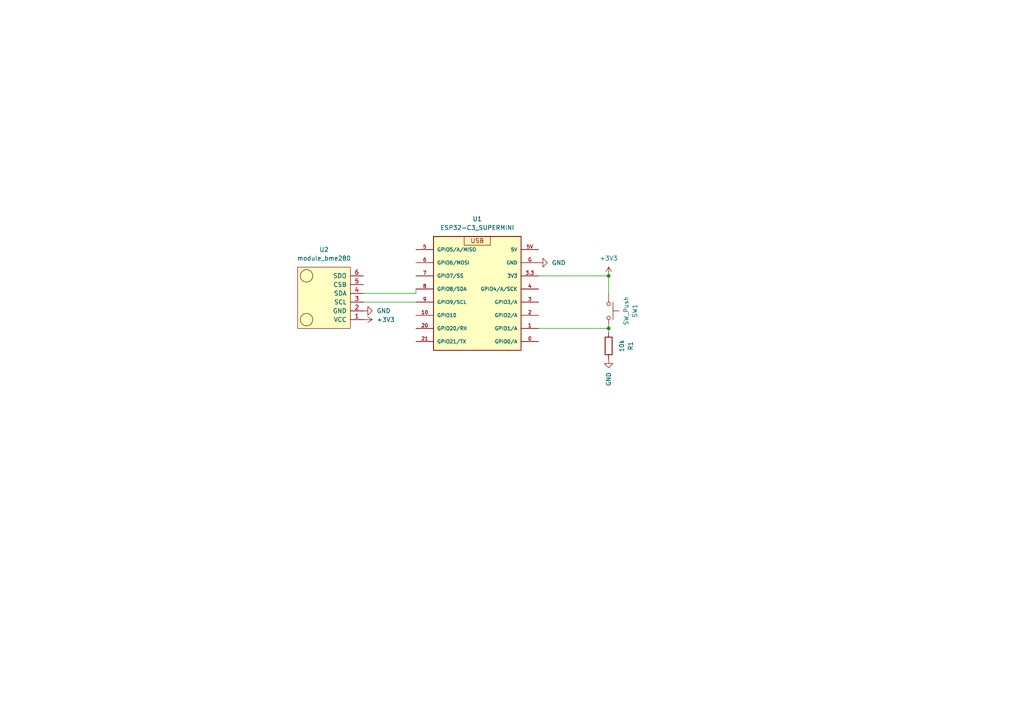
<source format=kicad_sch>
(kicad_sch (version 20231120) (generator "eeschema") (generator_version "8.0")
  (paper "A4")
  (lib_symbols
    (symbol "Device:R" (pin_numbers hide) (pin_names (offset 0))
      (property "Reference" "R" (at 2.032 0 90))
      (property "Value" "R" (at 0 0 90))
      (symbol "R_0_1"
        (rectangle (start -1.016 -2.54) (end 1.016 2.54) (stroke (width 0.254)))
      )
      (symbol "R_1_1"
        (pin passive line (at 0 3.81 270) (length 1.27) (name "~") (number "1"))
        (pin passive line (at 0 -3.81 90) (length 1.27) (name "~") (number "2"))
      )
    )
    (symbol "ESP32-C3_SUPERMINI:ESP32-C3_SUPERMINI" (pin_names (offset 1.016))
      (property "Reference" "U" (at -12.7 16.002 0))
      (property "Value" "ESP32-C3_SUPERMINI" (at -10.668 -20.574 0))
      (symbol "ESP32-C3_SUPERMINI_0_0"
        (rectangle (start -12.7 -17.78) (end 12.7 15.24) (stroke (width 0.254)) (fill (type background)))
        (pin bidirectional line (at -17.78 -7.62 0) (length 5.08) (name "GPIO10") (number "10"))
        (pin power_in line (at 17.78 3.81 180) (length 5.08) (name "3V3") (number "3.3"))
        (pin power_in line (at 17.78 11.43 180) (length 5.08) (name "5V") (number "5V"))
        (pin power_in line (at 17.78 7.62 180) (length 5.08) (name "GND") (number "G"))
      )
      (symbol "ESP32-C3_SUPERMINI_0_1"
        (rectangle (start -3.81 15.24) (end 3.81 12.7))
      )
      (symbol "ESP32-C3_SUPERMINI_1_0"
        (pin bidirectional line (at 17.78 -15.24 180) (length 5.08) (name "GPIO0/A") (number "0"))
        (pin bidirectional line (at 17.78 -11.43 180) (length 5.08) (name "GPIO1/A") (number "1"))
        (pin bidirectional line (at 17.78 -7.62 180) (length 5.08) (name "GPIO2/A") (number "2"))
        (pin bidirectional line (at -17.78 -11.43 0) (length 5.08) (name "GPIO20/RX") (number "20"))
        (pin bidirectional line (at -17.78 -15.24 0) (length 5.08) (name "GPIO21/TX") (number "21"))
        (pin bidirectional line (at 17.78 -3.81 180) (length 5.08) (name "GPIO3/A") (number "3"))
        (pin bidirectional line (at 17.78 0 180) (length 5.08) (name "GPIO4/A/SCK") (number "4"))
        (pin bidirectional line (at -17.78 11.43 0) (length 5.08) (name "GPIO5/A/MISO") (number "5"))
        (pin bidirectional line (at -17.78 7.62 0) (length 5.08) (name "GPIO6/MOSI") (number "6"))
        (pin bidirectional line (at -17.78 3.81 0) (length 5.08) (name "GPIO7/SS") (number "7"))
        (pin bidirectional line (at -17.78 0 0) (length 5.08) (name "GPIO8/SDA") (number "8"))
        (pin bidirectional line (at -17.78 -3.81 0) (length 5.08) (name "GPIO9/SCL") (number "9"))
      )
      (symbol "ESP32-C3_SUPERMINI_1_1"
        (text "USB" (at 0 13.97 0) (effects (font (size 1.27 1.27))))
      )
    )
    (symbol "Switch:SW_Push" (pin_numbers hide) (pin_names (offset 1.016) hide)
      (property "Reference" "SW" (at 1.27 2.54 0))
      (property "Value" "SW_Push" (at 0 -1.524 0))
      (symbol "SW_Push_0_1"
        (circle (center -2.032 0) (radius 0.508))
        (polyline (pts (xy 0 1.27) (xy 0 3.048)))
        (polyline (pts (xy 2.54 1.27) (xy -2.54 1.27)))
        (circle (center 2.032 0) (radius 0.508))
        (pin passive line (at -5.08 0 0) (length 2.54) (name "1") (number "1"))
        (pin passive line (at 5.08 0 180) (length 2.54) (name "2") (number "2"))
      )
    )
    (symbol "power:+3V3" (power) (pin_numbers hide) (pin_names (offset 0) hide)
      (property "Value" "+3V3" (at 0 3.556 0))
      (symbol "+3V3_0_1"
        (polyline (pts (xy -0.762 1.27) (xy 0 2.54)))
        (polyline (pts (xy 0 0) (xy 0 2.54)))
        (polyline (pts (xy 0 2.54) (xy 0.762 1.27)))
      )
      (symbol "+3V3_1_1"
        (pin power_in line (at 0 0 90) (length 0) (name "~") (number "1"))
      )
    )
    (symbol "power:GND" (power) (pin_numbers hide) (pin_names (offset 0) hide)
      (property "Value" "GND" (at 0 -3.81 0))
      (symbol "GND_0_1"
        (polyline (pts (xy 0 0) (xy 0 -1.27) (xy 1.27 -1.27) (xy 0 -2.54) (xy -1.27 -1.27) (xy 0 -1.27)))
      )
      (symbol "GND_1_1"
        (pin power_in line (at 0 0 270) (length 0) (name "~") (number "1"))
      )
    )
    (symbol "usini_sensors:module_bme280" (pin_names (offset 1.016))
      (property "Reference" "U" (at 3.81 11.43 0))
      (property "Value" "module_bme280" (at 11.43 -8.89 0))
      (symbol "module_bme280_0_1"
        (rectangle (start 3.81 -7.62) (end 19.05 10.16) (fill (type background)))
        (circle (center 16.51 -5.08) (radius 1.8034))
        (circle (center 16.51 7.62) (radius 1.8034))
      )
      (symbol "module_bme280_1_1"
        (pin passive line (at 0 7.62 0) (length 3.81) (name "VCC") (number "1"))
        (pin passive line (at 0 5.08 0) (length 3.81) (name "GND") (number "2"))
        (pin passive line (at 0 2.54 0) (length 3.81) (name "SCL") (number "3"))
        (pin passive line (at 0 0 0) (length 3.81) (name "SDA") (number "4"))
        (pin passive line (at 0 -2.54 0) (length 3.81) (name "CSB") (number "5"))
        (pin passive line (at 0 -5.08 0) (length 3.81) (name "SDO") (number "6"))
      )
    )
  )
  (junction (at 176.53 80.01))
  (junction (at 176.53 95.25))
  (wire (pts (xy 105.41 85.09) (xy 120.65 85.09)))
  (wire (pts (xy 176.53 96.52) (xy 176.53 95.25)))
  (wire (pts (xy 156.21 80.01) (xy 176.53 80.01)))
  (wire (pts (xy 176.53 80.01) (xy 176.53 85.09)))
  (wire (pts (xy 176.53 95.25) (xy 156.21 95.25)))
  (wire (pts (xy 105.41 87.63) (xy 120.65 87.63)))
  (wire (pts (xy 120.65 85.09) (xy 120.65 83.82)))
  (symbol (lib_id "Switch:SW_Push") (at 176.53 90.17 270) (unit 1)
    (property "Reference" "SW1" (at 184.15 90.17 0))
    (property "Value" "SW_Push" (at 181.61 90.17 0))
    (property "Footprint" "Button_Switch_THT:SW_PUSH_6mm_H5mm" (effects (hide yes)))
    (property "Description" "Push button switch, generic, two pins" (effects (hide yes)))
  )
  (symbol (lib_id "usini_sensors:module_bme280") (at 105.41 85.09 180) (unit 1)
    (property "Reference" "U2" (at 93.98 72.39 0))
    (property "Value" "module_bme280" (at 93.98 74.93 0))
    (property "Footprint" "usini_sensors:module_bme280" (effects (hide yes)))
  )
  (symbol (lib_id "power:GND") (at 156.21 76.2 90) (unit 1)
    (property "Reference" "#PWR02" (effects (hide yes)))
    (property "Value" "GND" (at 160.02 76.1999 90) (effects (justify right)))
    (property "Description" "Power symbol creates a global label with name \"GND\" , ground" (effects (hide yes)))
  )
  (symbol (lib_id "power:+3V3") (at 176.53 80.01 0) (unit 1)
    (property "Reference" "#PWR01" (effects (hide yes)))
    (property "Value" "+3V3" (at 176.53 74.93 0))
    (property "Description" "Power symbol creates a global label with name \"+3V3\"" (effects (hide yes)))
  )
  (symbol (lib_id "Device:R") (at 176.53 100.33 0) (unit 1)
    (property "Reference" "R1" (at 182.88 100.33 90))
    (property "Value" "10k" (at 180.34 100.33 90))
    (property "Footprint" "Resistor_THT:R_Axial_DIN0207_L6.3mm_D2.5mm_P10.16mm_Horizontal" (effects (hide yes)))
    (property "Description" "Resistor" (effects (hide yes)))
  )
  (symbol (lib_id "power:+3V3") (at 105.41 92.71 270) (unit 1)
    (property "Reference" "#PWR04" (effects (hide yes)))
    (property "Value" "+3V3" (at 109.22 92.7099 90) (effects (justify left)))
    (property "Description" "Power symbol creates a global label with name \"+3V3\"" (effects (hide yes)))
  )
  (symbol (lib_id "ESP32-C3_SUPERMINI:ESP32-C3_SUPERMINI") (at 138.43 83.82 0) (unit 1)
    (property "Reference" "U1" (at 138.43 63.5 0))
    (property "Value" "ESP32-C3_SUPERMINI" (at 138.43 66.04 0))
    (property "Footprint" "footprints:MODULE_ESP32-C3_SUPERMINI" (effects (hide yes)))
  )
  (symbol (lib_id "power:GND") (at 105.41 90.17 90) (unit 1)
    (property "Reference" "#PWR05" (effects (hide yes)))
    (property "Value" "GND" (at 109.22 90.1699 90) (effects (justify right)))
    (property "Description" "Power symbol creates a global label with name \"GND\" , ground" (effects (hide yes)))
  )
  (symbol (lib_id "power:GND") (at 176.53 104.14 0) (unit 1)
    (property "Reference" "#PWR03" (effects (hide yes)))
    (property "Value" "GND" (at 176.5301 107.95 90) (effects (justify right)))
    (property "Description" "Power symbol creates a global label with name \"GND\" , ground" (effects (hide yes)))
  )
)
</source>
